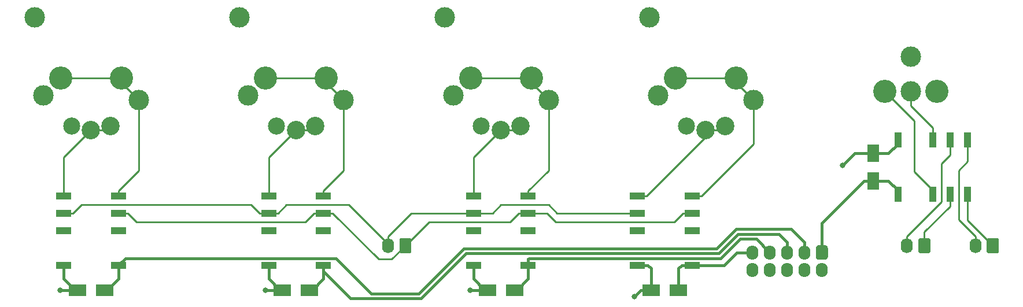
<source format=gbr>
G04 #@! TF.GenerationSoftware,KiCad,Pcbnew,5.1.5*
G04 #@! TF.CreationDate,2019-12-15T20:35:18-05:00*
G04 #@! TF.ProjectId,input_output_board,696e7075-745f-46f7-9574-7075745f626f,1*
G04 #@! TF.SameCoordinates,Original*
G04 #@! TF.FileFunction,Copper,L1,Top*
G04 #@! TF.FilePolarity,Positive*
%FSLAX46Y46*%
G04 Gerber Fmt 4.6, Leading zero omitted, Abs format (unit mm)*
G04 Created by KiCad (PCBNEW 5.1.5) date 2019-12-15 20:35:18*
%MOMM*%
%LPD*%
G04 APERTURE LIST*
%ADD10R,2.200000X1.000000*%
%ADD11R,2.500000X1.800000*%
%ADD12O,1.740000X2.140000*%
%ADD13C,0.100000*%
%ADD14C,3.000000*%
%ADD15C,3.400000*%
%ADD16C,2.700000*%
%ADD17C,2.500000*%
%ADD18R,1.000000X2.200000*%
%ADD19O,1.740000X2.200000*%
%ADD20R,1.800000X2.500000*%
%ADD21C,0.800000*%
%ADD22C,0.406400*%
%ADD23C,0.254000*%
G04 APERTURE END LIST*
D10*
X152000000Y-132690000D03*
X144000000Y-132690000D03*
X152000000Y-137770000D03*
X152000000Y-142850000D03*
X144000000Y-137770000D03*
X144000000Y-142850000D03*
X152000000Y-135230000D03*
X144000000Y-135230000D03*
D11*
X146000000Y-146500000D03*
X150000000Y-146500000D03*
D12*
X160840000Y-143540000D03*
X160840000Y-141000000D03*
X163380000Y-143540000D03*
X163380000Y-141000000D03*
X165920000Y-143540000D03*
X165920000Y-141000000D03*
X168460000Y-143540000D03*
X168460000Y-141000000D03*
X171000000Y-143540000D03*
G04 #@! TA.AperFunction,ComponentPad*
D13*
G36*
X171477637Y-139932095D02*
G01*
X171519864Y-139938358D01*
X171561274Y-139948731D01*
X171601467Y-139963112D01*
X171640058Y-139981364D01*
X171676673Y-140003311D01*
X171710961Y-140028740D01*
X171742591Y-140057409D01*
X171771260Y-140089039D01*
X171796689Y-140123327D01*
X171818636Y-140159942D01*
X171836888Y-140198533D01*
X171851269Y-140238726D01*
X171861642Y-140280136D01*
X171867905Y-140322363D01*
X171870000Y-140365000D01*
X171870000Y-141635000D01*
X171867905Y-141677637D01*
X171861642Y-141719864D01*
X171851269Y-141761274D01*
X171836888Y-141801467D01*
X171818636Y-141840058D01*
X171796689Y-141876673D01*
X171771260Y-141910961D01*
X171742591Y-141942591D01*
X171710961Y-141971260D01*
X171676673Y-141996689D01*
X171640058Y-142018636D01*
X171601467Y-142036888D01*
X171561274Y-142051269D01*
X171519864Y-142061642D01*
X171477637Y-142067905D01*
X171435000Y-142070000D01*
X170565000Y-142070000D01*
X170522363Y-142067905D01*
X170480136Y-142061642D01*
X170438726Y-142051269D01*
X170398533Y-142036888D01*
X170359942Y-142018636D01*
X170323327Y-141996689D01*
X170289039Y-141971260D01*
X170257409Y-141942591D01*
X170228740Y-141910961D01*
X170203311Y-141876673D01*
X170181364Y-141840058D01*
X170163112Y-141801467D01*
X170148731Y-141761274D01*
X170138358Y-141719864D01*
X170132095Y-141677637D01*
X170130000Y-141635000D01*
X170130000Y-140365000D01*
X170132095Y-140322363D01*
X170138358Y-140280136D01*
X170148731Y-140238726D01*
X170163112Y-140198533D01*
X170181364Y-140159942D01*
X170203311Y-140123327D01*
X170228740Y-140089039D01*
X170257409Y-140057409D01*
X170289039Y-140028740D01*
X170323327Y-140003311D01*
X170359942Y-139981364D01*
X170398533Y-139963112D01*
X170438726Y-139948731D01*
X170480136Y-139938358D01*
X170522363Y-139932095D01*
X170565000Y-139930000D01*
X171435000Y-139930000D01*
X171477637Y-139932095D01*
G37*
G04 #@! TD.AperFunction*
D14*
X183985000Y-112285000D03*
X183985000Y-117365000D03*
D15*
X187795000Y-117365000D03*
X180175000Y-117365000D03*
D14*
X145730000Y-106570000D03*
D15*
X149540000Y-115460000D03*
X158430000Y-115460000D03*
D16*
X156842500Y-122445000D03*
D17*
X151127500Y-122445000D03*
D16*
X153985000Y-123080000D03*
D14*
X160970000Y-118635000D03*
X147000000Y-118000000D03*
X115730000Y-106570000D03*
D15*
X119540000Y-115460000D03*
X128430000Y-115460000D03*
D16*
X126842500Y-122445000D03*
D17*
X121127500Y-122445000D03*
D16*
X123985000Y-123080000D03*
D14*
X130970000Y-118635000D03*
X117000000Y-118000000D03*
X85730000Y-106570000D03*
D15*
X89540000Y-115460000D03*
X98430000Y-115460000D03*
D16*
X96842500Y-122445000D03*
D17*
X91127500Y-122445000D03*
D16*
X93985000Y-123080000D03*
D14*
X100970000Y-118635000D03*
X87000000Y-118000000D03*
X55730000Y-106570000D03*
D15*
X59540000Y-115460000D03*
X68430000Y-115460000D03*
D16*
X66842500Y-122445000D03*
D17*
X61127500Y-122445000D03*
D16*
X63985000Y-123080000D03*
D14*
X70970000Y-118635000D03*
X57000000Y-118000000D03*
D18*
X192310000Y-132500000D03*
X192310000Y-124500000D03*
X187230000Y-132500000D03*
X182150000Y-132500000D03*
X187230000Y-124500000D03*
X182150000Y-124500000D03*
X189770000Y-132500000D03*
X189770000Y-124500000D03*
D19*
X193460000Y-140000000D03*
G04 #@! TA.AperFunction,ComponentPad*
D13*
G36*
X196644505Y-138901204D02*
G01*
X196668773Y-138904804D01*
X196692572Y-138910765D01*
X196715671Y-138919030D01*
X196737850Y-138929520D01*
X196758893Y-138942132D01*
X196778599Y-138956747D01*
X196796777Y-138973223D01*
X196813253Y-138991401D01*
X196827868Y-139011107D01*
X196840480Y-139032150D01*
X196850970Y-139054329D01*
X196859235Y-139077428D01*
X196865196Y-139101227D01*
X196868796Y-139125495D01*
X196870000Y-139149999D01*
X196870000Y-140850001D01*
X196868796Y-140874505D01*
X196865196Y-140898773D01*
X196859235Y-140922572D01*
X196850970Y-140945671D01*
X196840480Y-140967850D01*
X196827868Y-140988893D01*
X196813253Y-141008599D01*
X196796777Y-141026777D01*
X196778599Y-141043253D01*
X196758893Y-141057868D01*
X196737850Y-141070480D01*
X196715671Y-141080970D01*
X196692572Y-141089235D01*
X196668773Y-141095196D01*
X196644505Y-141098796D01*
X196620001Y-141100000D01*
X195379999Y-141100000D01*
X195355495Y-141098796D01*
X195331227Y-141095196D01*
X195307428Y-141089235D01*
X195284329Y-141080970D01*
X195262150Y-141070480D01*
X195241107Y-141057868D01*
X195221401Y-141043253D01*
X195203223Y-141026777D01*
X195186747Y-141008599D01*
X195172132Y-140988893D01*
X195159520Y-140967850D01*
X195149030Y-140945671D01*
X195140765Y-140922572D01*
X195134804Y-140898773D01*
X195131204Y-140874505D01*
X195130000Y-140850001D01*
X195130000Y-139149999D01*
X195131204Y-139125495D01*
X195134804Y-139101227D01*
X195140765Y-139077428D01*
X195149030Y-139054329D01*
X195159520Y-139032150D01*
X195172132Y-139011107D01*
X195186747Y-138991401D01*
X195203223Y-138973223D01*
X195221401Y-138956747D01*
X195241107Y-138942132D01*
X195262150Y-138929520D01*
X195284329Y-138919030D01*
X195307428Y-138910765D01*
X195331227Y-138904804D01*
X195355495Y-138901204D01*
X195379999Y-138900000D01*
X196620001Y-138900000D01*
X196644505Y-138901204D01*
G37*
G04 #@! TD.AperFunction*
D19*
X183460000Y-140000000D03*
G04 #@! TA.AperFunction,ComponentPad*
D13*
G36*
X186644505Y-138901204D02*
G01*
X186668773Y-138904804D01*
X186692572Y-138910765D01*
X186715671Y-138919030D01*
X186737850Y-138929520D01*
X186758893Y-138942132D01*
X186778599Y-138956747D01*
X186796777Y-138973223D01*
X186813253Y-138991401D01*
X186827868Y-139011107D01*
X186840480Y-139032150D01*
X186850970Y-139054329D01*
X186859235Y-139077428D01*
X186865196Y-139101227D01*
X186868796Y-139125495D01*
X186870000Y-139149999D01*
X186870000Y-140850001D01*
X186868796Y-140874505D01*
X186865196Y-140898773D01*
X186859235Y-140922572D01*
X186850970Y-140945671D01*
X186840480Y-140967850D01*
X186827868Y-140988893D01*
X186813253Y-141008599D01*
X186796777Y-141026777D01*
X186778599Y-141043253D01*
X186758893Y-141057868D01*
X186737850Y-141070480D01*
X186715671Y-141080970D01*
X186692572Y-141089235D01*
X186668773Y-141095196D01*
X186644505Y-141098796D01*
X186620001Y-141100000D01*
X185379999Y-141100000D01*
X185355495Y-141098796D01*
X185331227Y-141095196D01*
X185307428Y-141089235D01*
X185284329Y-141080970D01*
X185262150Y-141070480D01*
X185241107Y-141057868D01*
X185221401Y-141043253D01*
X185203223Y-141026777D01*
X185186747Y-141008599D01*
X185172132Y-140988893D01*
X185159520Y-140967850D01*
X185149030Y-140945671D01*
X185140765Y-140922572D01*
X185134804Y-140898773D01*
X185131204Y-140874505D01*
X185130000Y-140850001D01*
X185130000Y-139149999D01*
X185131204Y-139125495D01*
X185134804Y-139101227D01*
X185140765Y-139077428D01*
X185149030Y-139054329D01*
X185159520Y-139032150D01*
X185172132Y-139011107D01*
X185186747Y-138991401D01*
X185203223Y-138973223D01*
X185221401Y-138956747D01*
X185241107Y-138942132D01*
X185262150Y-138929520D01*
X185284329Y-138919030D01*
X185307428Y-138910765D01*
X185331227Y-138904804D01*
X185355495Y-138901204D01*
X185379999Y-138900000D01*
X186620001Y-138900000D01*
X186644505Y-138901204D01*
G37*
G04 #@! TD.AperFunction*
G04 #@! TA.AperFunction,ComponentPad*
G36*
X110644505Y-138901204D02*
G01*
X110668773Y-138904804D01*
X110692572Y-138910765D01*
X110715671Y-138919030D01*
X110737850Y-138929520D01*
X110758893Y-138942132D01*
X110778599Y-138956747D01*
X110796777Y-138973223D01*
X110813253Y-138991401D01*
X110827868Y-139011107D01*
X110840480Y-139032150D01*
X110850970Y-139054329D01*
X110859235Y-139077428D01*
X110865196Y-139101227D01*
X110868796Y-139125495D01*
X110870000Y-139149999D01*
X110870000Y-140850001D01*
X110868796Y-140874505D01*
X110865196Y-140898773D01*
X110859235Y-140922572D01*
X110850970Y-140945671D01*
X110840480Y-140967850D01*
X110827868Y-140988893D01*
X110813253Y-141008599D01*
X110796777Y-141026777D01*
X110778599Y-141043253D01*
X110758893Y-141057868D01*
X110737850Y-141070480D01*
X110715671Y-141080970D01*
X110692572Y-141089235D01*
X110668773Y-141095196D01*
X110644505Y-141098796D01*
X110620001Y-141100000D01*
X109379999Y-141100000D01*
X109355495Y-141098796D01*
X109331227Y-141095196D01*
X109307428Y-141089235D01*
X109284329Y-141080970D01*
X109262150Y-141070480D01*
X109241107Y-141057868D01*
X109221401Y-141043253D01*
X109203223Y-141026777D01*
X109186747Y-141008599D01*
X109172132Y-140988893D01*
X109159520Y-140967850D01*
X109149030Y-140945671D01*
X109140765Y-140922572D01*
X109134804Y-140898773D01*
X109131204Y-140874505D01*
X109130000Y-140850001D01*
X109130000Y-139149999D01*
X109131204Y-139125495D01*
X109134804Y-139101227D01*
X109140765Y-139077428D01*
X109149030Y-139054329D01*
X109159520Y-139032150D01*
X109172132Y-139011107D01*
X109186747Y-138991401D01*
X109203223Y-138973223D01*
X109221401Y-138956747D01*
X109241107Y-138942132D01*
X109262150Y-138929520D01*
X109284329Y-138919030D01*
X109307428Y-138910765D01*
X109331227Y-138904804D01*
X109355495Y-138901204D01*
X109379999Y-138900000D01*
X110620001Y-138900000D01*
X110644505Y-138901204D01*
G37*
G04 #@! TD.AperFunction*
D19*
X107460000Y-140000000D03*
D20*
X178500000Y-126500000D03*
X178500000Y-130500000D03*
D10*
X98000000Y-132690000D03*
X90000000Y-132690000D03*
X98000000Y-137770000D03*
X98000000Y-142850000D03*
X90000000Y-137770000D03*
X90000000Y-142850000D03*
X98000000Y-135230000D03*
X90000000Y-135230000D03*
X68000000Y-132690000D03*
X60000000Y-132690000D03*
X68000000Y-137770000D03*
X68000000Y-142850000D03*
X60000000Y-137770000D03*
X60000000Y-142850000D03*
X68000000Y-135230000D03*
X60000000Y-135230000D03*
X128000000Y-132690000D03*
X120000000Y-132690000D03*
X128000000Y-137770000D03*
X128000000Y-142850000D03*
X120000000Y-137770000D03*
X120000000Y-142850000D03*
X128000000Y-135230000D03*
X120000000Y-135230000D03*
D11*
X122000000Y-146500000D03*
X126000000Y-146500000D03*
X92000000Y-146500000D03*
X96000000Y-146500000D03*
X62000000Y-146500000D03*
X66000000Y-146500000D03*
D21*
X59500000Y-146500000D03*
X89500000Y-146500000D03*
X119500000Y-146500000D03*
X173990000Y-128270000D03*
X143500000Y-147500000D03*
D22*
X68000000Y-143756400D02*
X68000000Y-142850000D01*
X68000000Y-144850000D02*
X68000000Y-143756400D01*
X66350000Y-146500000D02*
X68000000Y-144850000D01*
X66000000Y-146500000D02*
X66350000Y-146500000D01*
X69000000Y-141841999D02*
X68000000Y-142841999D01*
X99841999Y-141841999D02*
X69000000Y-141841999D01*
X105000000Y-147000000D02*
X99841999Y-141841999D01*
X118580422Y-140419578D02*
X112000000Y-147000000D01*
X168460000Y-139523600D02*
X166513980Y-137577580D01*
X155580423Y-140419577D02*
X118580422Y-140419578D01*
X68000000Y-142841999D02*
X68000000Y-142850000D01*
X168460000Y-141000000D02*
X168460000Y-139523600D01*
X112000000Y-147000000D02*
X105000000Y-147000000D01*
X166513980Y-137577580D02*
X158422420Y-137577580D01*
X158422420Y-137577580D02*
X155580423Y-140419577D01*
X96350000Y-146500000D02*
X96000000Y-146500000D01*
X98000000Y-144850000D02*
X96350000Y-146500000D01*
X98000000Y-142850000D02*
X98000000Y-144850000D01*
X98000000Y-143756400D02*
X98000000Y-142850000D01*
X101954811Y-147711211D02*
X98000000Y-143756400D01*
X165920000Y-139523600D02*
X164685190Y-138288790D01*
X112294593Y-147711211D02*
X101954811Y-147711211D01*
X158717014Y-138288790D02*
X155875016Y-141130788D01*
X164685190Y-138288790D02*
X158717014Y-138288790D01*
X118875016Y-141130788D02*
X112294593Y-147711211D01*
X165920000Y-141000000D02*
X165920000Y-139523600D01*
X155875016Y-141130788D02*
X118875016Y-141130788D01*
X126350000Y-146500000D02*
X126000000Y-146500000D01*
X128000000Y-144850000D02*
X126350000Y-146500000D01*
X128000000Y-142850000D02*
X128000000Y-144850000D01*
X128000000Y-141943600D02*
X128000000Y-142850000D01*
X156169609Y-141841999D02*
X128101601Y-141841999D01*
X128101601Y-141841999D02*
X128000000Y-141943600D01*
X161380000Y-139000000D02*
X159011608Y-139000000D01*
X163380000Y-141000000D02*
X161380000Y-139000000D01*
X159011608Y-139000000D02*
X156169609Y-141841999D01*
X152000000Y-142850000D02*
X156650000Y-142850000D01*
X158500000Y-141000000D02*
X160840000Y-141000000D01*
X156650000Y-142850000D02*
X158500000Y-141000000D01*
X150493600Y-142850000D02*
X152000000Y-142850000D01*
X150000000Y-143343600D02*
X150493600Y-142850000D01*
X150000000Y-146500000D02*
X150000000Y-143343600D01*
D23*
X60000000Y-127065000D02*
X63985000Y-123080000D01*
X60000000Y-132690000D02*
X60000000Y-127065000D01*
X66207500Y-123080000D02*
X66842500Y-122445000D01*
X63985000Y-123080000D02*
X66207500Y-123080000D01*
X70970000Y-120756320D02*
X70970000Y-118635000D01*
X70970000Y-128966000D02*
X70970000Y-120756320D01*
X68000000Y-131936000D02*
X70970000Y-128966000D01*
X68000000Y-132690000D02*
X68000000Y-131936000D01*
X68430000Y-116095000D02*
X68430000Y-115460000D01*
X70970000Y-118635000D02*
X68430000Y-116095000D01*
X68430000Y-115460000D02*
X59540000Y-115460000D01*
X90000000Y-127065000D02*
X93985000Y-123080000D01*
X90000000Y-132690000D02*
X90000000Y-127065000D01*
X96207500Y-123080000D02*
X96842500Y-122445000D01*
X93985000Y-123080000D02*
X96207500Y-123080000D01*
X100970000Y-120756320D02*
X100970000Y-118635000D01*
X100970000Y-128966000D02*
X100970000Y-120756320D01*
X98000000Y-131936000D02*
X100970000Y-128966000D01*
X98000000Y-132690000D02*
X98000000Y-131936000D01*
X98430000Y-116095000D02*
X98430000Y-115460000D01*
X100970000Y-118635000D02*
X98430000Y-116095000D01*
X98430000Y-115460000D02*
X89540000Y-115460000D01*
X120000000Y-127065000D02*
X123985000Y-123080000D01*
X120000000Y-132690000D02*
X120000000Y-127065000D01*
X126207500Y-123080000D02*
X126842500Y-122445000D01*
X123985000Y-123080000D02*
X126207500Y-123080000D01*
X130970000Y-120756320D02*
X130970000Y-118635000D01*
X130970000Y-128966000D02*
X130970000Y-120756320D01*
X128000000Y-131936000D02*
X130970000Y-128966000D01*
X128000000Y-132690000D02*
X128000000Y-131936000D01*
X128430000Y-116095000D02*
X128430000Y-115460000D01*
X130970000Y-118635000D02*
X128430000Y-116095000D01*
X126025837Y-115460000D02*
X119540000Y-115460000D01*
X128430000Y-115460000D02*
X126025837Y-115460000D01*
X156207500Y-123080000D02*
X156842500Y-122445000D01*
X153985000Y-123080000D02*
X156207500Y-123080000D01*
X153985000Y-124059000D02*
X153985000Y-123080000D01*
X145354000Y-132690000D02*
X153985000Y-124059000D01*
X144000000Y-132690000D02*
X145354000Y-132690000D01*
X158430000Y-116095000D02*
X158430000Y-115460000D01*
X160970000Y-118635000D02*
X158430000Y-116095000D01*
X158430000Y-115460000D02*
X149540000Y-115460000D01*
X160970000Y-125074000D02*
X160970000Y-118635000D01*
X152000000Y-132690000D02*
X153354000Y-132690000D01*
X153354000Y-132690000D02*
X160970000Y-125074000D01*
X118646000Y-135230000D02*
X120000000Y-135230000D01*
X110876000Y-135230000D02*
X118646000Y-135230000D01*
X107460000Y-138646000D02*
X110876000Y-135230000D01*
X107460000Y-140000000D02*
X107460000Y-138646000D01*
X107460000Y-139770000D02*
X101690000Y-134000000D01*
X107460000Y-140000000D02*
X107460000Y-139770000D01*
X91354000Y-135230000D02*
X90000000Y-135230000D01*
X92584000Y-134000000D02*
X91354000Y-135230000D01*
X101690000Y-134000000D02*
X92584000Y-134000000D01*
X88646000Y-135230000D02*
X87416000Y-134000000D01*
X90000000Y-135230000D02*
X88646000Y-135230000D01*
X62584000Y-134000000D02*
X61354000Y-135230000D01*
X61354000Y-135230000D02*
X60000000Y-135230000D01*
X87416000Y-134000000D02*
X62584000Y-134000000D01*
X132230000Y-135230000D02*
X131000000Y-134000000D01*
X131000000Y-134000000D02*
X124000000Y-134000000D01*
X122770000Y-135230000D02*
X120000000Y-135230000D01*
X124000000Y-134000000D02*
X122770000Y-135230000D01*
X138730000Y-135230000D02*
X144000000Y-135230000D01*
X140000000Y-135230000D02*
X138730000Y-135230000D01*
X138730000Y-135230000D02*
X132230000Y-135230000D01*
X189770000Y-126730000D02*
X189770000Y-124500000D01*
X188500000Y-128000000D02*
X189770000Y-126730000D01*
X188500000Y-133606000D02*
X188500000Y-128000000D01*
X183460000Y-140000000D02*
X183460000Y-138646000D01*
X183460000Y-138646000D02*
X188500000Y-133606000D01*
X186000000Y-140000000D02*
X186000000Y-138000000D01*
X189770000Y-134230000D02*
X189770000Y-132500000D01*
X186000000Y-138000000D02*
X189770000Y-134230000D01*
X126646000Y-135230000D02*
X125376000Y-136500000D01*
X128000000Y-135230000D02*
X126646000Y-135230000D01*
X113500000Y-136500000D02*
X110000000Y-140000000D01*
X125376000Y-136500000D02*
X113500000Y-136500000D01*
X96646000Y-135230000D02*
X95376000Y-136500000D01*
X98000000Y-135230000D02*
X96646000Y-135230000D01*
X69354000Y-135230000D02*
X68000000Y-135230000D01*
X70624000Y-136500000D02*
X69354000Y-135230000D01*
X95376000Y-136500000D02*
X70624000Y-136500000D01*
X110000000Y-140000000D02*
X108000000Y-142000000D01*
X106124000Y-142000000D02*
X99354000Y-135230000D01*
X108000000Y-142000000D02*
X106124000Y-142000000D01*
X99354000Y-135230000D02*
X98000000Y-135230000D01*
X150646000Y-135230000D02*
X149376000Y-136500000D01*
X152000000Y-135230000D02*
X150646000Y-135230000D01*
X149376000Y-136500000D02*
X132000000Y-136500000D01*
X130730000Y-135230000D02*
X128000000Y-135230000D01*
X132000000Y-136500000D02*
X130730000Y-135230000D01*
D22*
X61650000Y-146500000D02*
X62000000Y-146500000D01*
X60000000Y-144850000D02*
X61650000Y-146500000D01*
X60000000Y-142850000D02*
X60000000Y-144850000D01*
X62000000Y-146500000D02*
X59500000Y-146500000D01*
X91650000Y-146500000D02*
X92000000Y-146500000D01*
X90000000Y-144850000D02*
X91650000Y-146500000D01*
X90000000Y-142850000D02*
X90000000Y-144850000D01*
X92000000Y-146500000D02*
X89500000Y-146500000D01*
X121650000Y-146500000D02*
X122000000Y-146500000D01*
X120000000Y-144850000D02*
X121650000Y-146500000D01*
X120000000Y-142850000D02*
X120000000Y-144850000D01*
X122000000Y-146500000D02*
X119500000Y-146500000D01*
X178500000Y-126500000D02*
X175760000Y-126500000D01*
X175760000Y-126500000D02*
X173990000Y-128270000D01*
X182150000Y-125100000D02*
X182150000Y-124500000D01*
X180750000Y-126500000D02*
X182150000Y-125100000D01*
X178500000Y-126500000D02*
X180750000Y-126500000D01*
X145506400Y-142850000D02*
X146000000Y-143343600D01*
X144000000Y-142850000D02*
X145506400Y-142850000D01*
X146000000Y-143343600D02*
X146000000Y-146500000D01*
X146000000Y-146500000D02*
X144500000Y-146500000D01*
X144500000Y-146500000D02*
X143500000Y-147500000D01*
X182150000Y-131900000D02*
X182150000Y-132500000D01*
X180750000Y-130500000D02*
X182150000Y-131900000D01*
X178500000Y-130500000D02*
X180750000Y-130500000D01*
X171000000Y-136693600D02*
X177193600Y-130500000D01*
X177193600Y-130500000D02*
X178500000Y-130500000D01*
X171000000Y-141000000D02*
X171000000Y-136693600D01*
D23*
X193460000Y-138646000D02*
X191000000Y-136186000D01*
X193460000Y-140000000D02*
X193460000Y-138646000D01*
X191000000Y-136186000D02*
X191000000Y-129000000D01*
X192310000Y-127690000D02*
X192310000Y-124500000D01*
X191000000Y-129000000D02*
X192310000Y-127690000D01*
X192310000Y-136310000D02*
X192310000Y-132500000D01*
X196000000Y-140000000D02*
X192310000Y-136310000D01*
X187230000Y-131900000D02*
X184500000Y-129170000D01*
X187230000Y-132500000D02*
X187230000Y-131900000D01*
X184500000Y-121690000D02*
X180175000Y-117365000D01*
X184500000Y-129170000D02*
X184500000Y-121690000D01*
X187230000Y-123146000D02*
X187230000Y-124500000D01*
X187230000Y-122731320D02*
X187230000Y-123146000D01*
X183985000Y-119486320D02*
X187230000Y-122731320D01*
X183985000Y-117365000D02*
X183985000Y-119486320D01*
M02*

</source>
